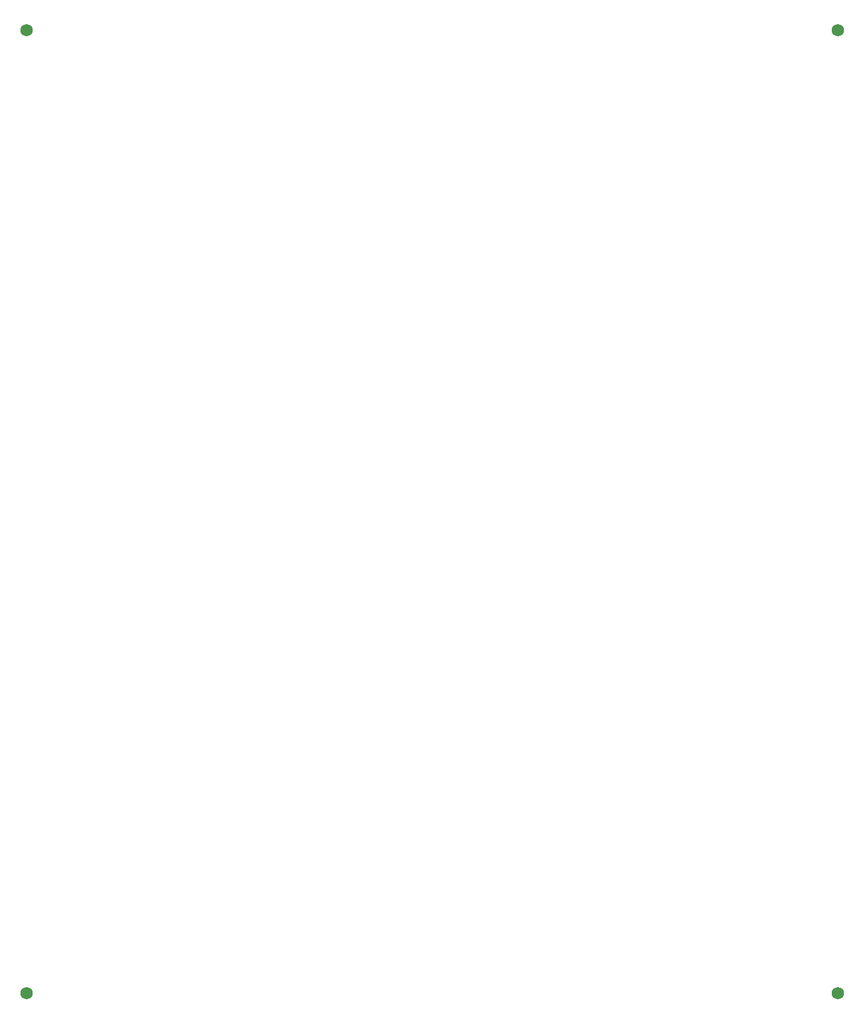
<source format=gbs>
G04*
G04 #@! TF.GenerationSoftware,Altium Limited,Altium Designer,18.1.7 (191)*
G04*
G04 Layer_Color=16711935*
%FSLAX44Y44*%
%MOMM*%
G71*
G01*
G75*
%ADD21C,1.7272*%
D21*
X1545000Y500000D02*
D03*
Y1850000D02*
D03*
X407000D02*
D03*
Y500000D02*
D03*
M02*

</source>
